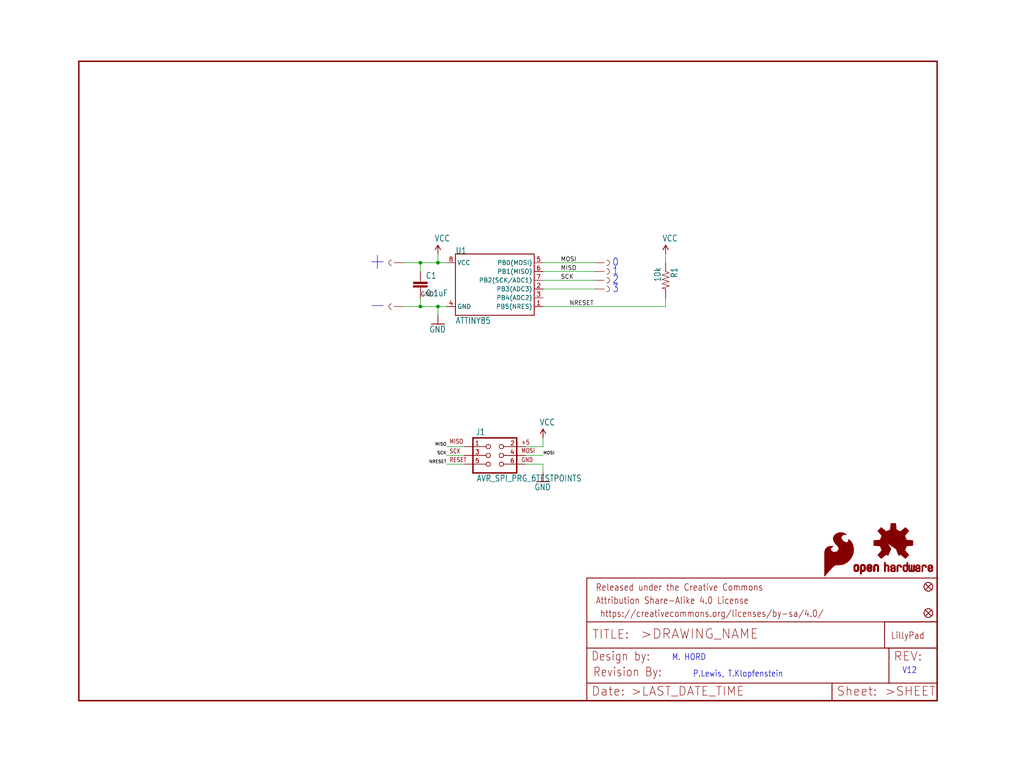
<source format=kicad_sch>
(kicad_sch (version 20211123) (generator eeschema)
  (paper "User" 297.002 223.926)
  (lib_symbols
    (symbol "eagleSchem-eagle-import:ATTINY45"
      (property "Value" "ATTINY45" (at -12.7 -10.16 0))
      (symbol "ATTINY45_1_0"
        (pin bidirectional line (at 12.7 -5.08 180) (length 2.54) (name "PB5(NRES)") (number "1"))
        (pin bidirectional line (at 12.7 0 180) (length 2.54) (name "PB3(ADC3)") (number "2"))
        (pin bidirectional line (at 12.7 -2.54 180) (length 2.54) (name "PB4(ADC2)") (number "3"))
        (pin bidirectional line (at -15.24 -5.08 0) (length 2.54) (name "GND") (number "4"))
        (pin bidirectional line (at 12.7 7.62 180) (length 2.54) (name "PB0(MOSI)") (number "5"))
        (pin bidirectional line (at 12.7 5.08 180) (length 2.54) (name "PB1(MISO)") (number "6"))
        (pin bidirectional line (at 12.7 2.54 180) (length 2.54) (name "PB2(SCK/ADC1)") (number "7"))
        (pin bidirectional line (at -15.24 7.62 0) (length 2.54) (name "VCC") (number "8"))
      )
    )
    (symbol "eagleSchem-eagle-import:AVR_SPI_PRG_6TESTPOINTS"
      (property "Reference" "J" (at -4.318 5.842 0))
      (property "Value" "AVR_SPI_PRG_6TESTPOINTS" (at -4.064 -7.62 0))
      (symbol "AVR_SPI_PRG_6TESTPOINTS_1_0"
        (text "+5" (at 8.89 3.048 0) (effects (font (size 1.27 1.0795)) (justify left bottom)))
        (text "GND" (at 8.89 -2.032 0) (effects (font (size 1.27 1.0795)) (justify left bottom)))
        (text "MISO" (at -11.938 3.302 0) (effects (font (size 1.27 1.0795)) (justify left bottom)))
        (text "MOSI" (at 8.89 0.635 0) (effects (font (size 1.27 1.0795)) (justify left bottom)))
        (text "RESET" (at -11.938 -2.032 0) (effects (font (size 1.27 1.0795)) (justify left bottom)))
        (text "SCK" (at -11.938 0.508 0) (effects (font (size 1.27 1.0795)) (justify left bottom)))
        (pin passive inverted (at -7.62 2.54 0) (length 7.62) (name "1") (number "1"))
        (pin passive inverted (at 10.16 2.54 180) (length 7.62) (name "2") (number "2"))
        (pin passive inverted (at -7.62 0 0) (length 7.62) (name "3") (number "3"))
        (pin passive inverted (at 10.16 0 180) (length 7.62) (name "4") (number "4"))
        (pin passive inverted (at -7.62 -2.54 0) (length 7.62) (name "5") (number "5"))
        (pin passive inverted (at 10.16 -2.54 180) (length 7.62) (name "6") (number "6"))
      )
    )
    (symbol "eagleSchem-eagle-import:CAP0603-CAP"
      (property "Reference" "C" (at 1.524 2.921 0))
      (property "Value" "CAP0603-CAP" (at 1.524 -2.159 0))
      (symbol "CAP0603-CAP_1_0"
        (pin passive line (at 0 5.08 270) (length 2.54) (name "1") (number "1"))
        (pin passive line (at 0 -2.54 90) (length 2.54) (name "2") (number "2"))
      )
    )
    (symbol "eagleSchem-eagle-import:FIDUCIAL1X2")
    (symbol "eagleSchem-eagle-import:FRAME-LETTER"
      (symbol "FRAME-LETTER_2_0"
        (text " https://creativecommons.org/licenses/by-sa/4.0/" (at 2.54 24.13 0) (effects (font (size 1.9304 1.6408)) (justify left bottom)))
        (text ">DRAWING_NAME" (at 15.494 17.78 0) (effects (font (size 2.7432 2.7432)) (justify left bottom)))
        (text ">LAST_DATE_TIME" (at 12.7 1.27 0) (effects (font (size 2.54 2.54)) (justify left bottom)))
        (text ">SHEET" (at 86.36 1.27 0) (effects (font (size 2.54 2.54)) (justify left bottom)))
        (text "Attribution Share-Alike 4.0 License" (at 2.54 27.94 0) (effects (font (size 1.9304 1.6408)) (justify left bottom)))
        (text "Date:" (at 1.27 1.27 0) (effects (font (size 2.54 2.54)) (justify left bottom)))
        (text "Design by:" (at 1.27 11.43 0) (effects (font (size 2.54 2.159)) (justify left bottom)))
        (text "Released under the Creative Commons" (at 2.54 31.75 0) (effects (font (size 1.9304 1.6408)) (justify left bottom)))
        (text "REV:" (at 88.9 11.43 0) (effects (font (size 2.54 2.54)) (justify left bottom)))
        (text "Sheet:" (at 72.39 1.27 0) (effects (font (size 2.54 2.54)) (justify left bottom)))
        (text "TITLE:" (at 1.524 17.78 0) (effects (font (size 2.54 2.54)) (justify left bottom)))
      )
    )
    (symbol "eagleSchem-eagle-import:GND" (power)
      (property "Value" "GND" (at -2.54 -2.54 0))
      (symbol "GND_1_0"
        (pin power_in line (at 0 2.54 270) (length 2.54) (name "GND") (number "1"))
      )
    )
    (symbol "eagleSchem-eagle-import:LOGO-LPL"
      (symbol "LOGO-LPL_1_0"
        (text "LillyPad" (at -0.762 0 0) (effects (font (size 1.9304 1.6408)) (justify left bottom)))
      )
    )
    (symbol "eagleSchem-eagle-import:OSHW-LOGOS")
    (symbol "eagleSchem-eagle-import:RESISTOR0603-RES"
      (property "Reference" "R" (at -3.81 1.4986 0))
      (property "Value" "RESISTOR0603-RES" (at -3.81 -3.302 0))
      (symbol "RESISTOR0603-RES_1_0"
        (pin passive line (at -5.08 0 0) (length 2.54) (name "1") (number "1"))
        (pin passive line (at 5.08 0 180) (length 2.54) (name "2") (number "2"))
      )
    )
    (symbol "eagleSchem-eagle-import:REVISION"
      (symbol "REVISION_1_0"
        (text "Revision By: " (at 0 0 0) (effects (font (size 2.54 2.159)) (justify left bottom)))
      )
    )
    (symbol "eagleSchem-eagle-import:SEWTAP6"
      (symbol "SEWTAP6_1_0"
        (pin bidirectional line (at -2.54 0 180) (length 0) (name "1") (number "1"))
      )
    )
    (symbol "eagleSchem-eagle-import:SFE_LOGO_FLAME.1_INCH")
    (symbol "eagleSchem-eagle-import:VCC" (power)
      (property "Value" "VCC" (at -1.016 3.556 0))
      (symbol "VCC_1_0"
        (pin power_in line (at 0 0 90) (length 2.54) (name "VCC") (number "1"))
      )
    )
  )
  (junction (at 127 76.2))
  (junction (at 127 88.9))
  (junction (at 121.92 76.2))
  (junction (at 121.92 88.9))
  (wire (pts (xy 157.48 81.28) (xy 172.72 81.28)))
  (wire (pts (xy 121.92 76.2) (xy 121.92 78.74)))
  (wire (pts (xy 152.4 134.62) (xy 157.48 134.62)))
  (wire (pts (xy 157.48 129.54) (xy 157.48 127)))
  (wire (pts (xy 157.48 137.16) (xy 157.48 134.62)))
  (wire (pts (xy 127 91.44) (xy 127 88.9)))
  (wire (pts (xy 121.92 88.9) (xy 127 88.9)))
  (wire (pts (xy 193.04 88.9) (xy 157.48 88.9)))
  (wire (pts (xy 157.48 76.2) (xy 172.72 76.2)))
  (wire (pts (xy 121.92 86.36) (xy 121.92 88.9)))
  (wire (pts (xy 193.04 73.66) (xy 193.04 76.2)))
  (wire (pts (xy 121.92 76.2) (xy 127 76.2)))
  (wire (pts (xy 134.62 129.54) (xy 129.54 129.54)))
  (wire (pts (xy 134.62 134.62) (xy 129.54 134.62)))
  (wire (pts (xy 127 88.9) (xy 129.54 88.9)))
  (wire (pts (xy 116.84 76.2) (xy 121.92 76.2)))
  (wire (pts (xy 193.04 86.36) (xy 193.04 88.9)))
  (wire (pts (xy 152.4 129.54) (xy 157.48 129.54)))
  (wire (pts (xy 157.48 83.82) (xy 172.72 83.82)))
  (wire (pts (xy 116.84 88.9) (xy 121.92 88.9)))
  (wire (pts (xy 129.54 76.2) (xy 127 76.2)))
  (wire (pts (xy 127 76.2) (xy 127 73.66)))
  (wire (pts (xy 152.4 132.08) (xy 157.48 132.08)))
  (wire (pts (xy 157.48 78.74) (xy 172.72 78.74)))
  (wire (pts (xy 134.62 132.08) (xy 129.54 132.08)))
  (text "M. HORD" (at 194.818 191.77 180) (effects (font (size 1.778 1.5113)) (justify left bottom)))
  (text "-" (at 106.68 91.44 180) (effects (font (size 5.08 4.318)) (justify left bottom)))
  (text "3" (at 177.546 85.09 180) (effects (font (size 2.1844 1.8567)) (justify left bottom)))
  (text "P.Lewis, T.Klopfenstein" (at 200.914 196.596 180) (effects (font (size 1.778 1.5113)) (justify left bottom)))
  (text "1" (at 177.546 80.01 180) (effects (font (size 2.1844 1.8567)) (justify left bottom)))
  (text "2" (at 177.546 82.55 180) (effects (font (size 2.1844 1.8567)) (justify left bottom)))
  (text "0" (at 177.546 77.47 180) (effects (font (size 2.1844 1.8567)) (justify left bottom)))
  (text "V12" (at 261.62 195.58 180) (effects (font (size 1.778 1.5113)) (justify left bottom)))
  (text "+" (at 106.68 78.74 180) (effects (font (size 5.08 4.318)) (justify left bottom)))
  (label "NRESET" (at 165.1 88.9 0) (effects (font (size 1.2446 1.2446))))
  (label "GND" (at 121.92 86.36 0) (effects (font (size 1.2446 1.2446))))
  (label "MOSI" (at 162.56 76.2 0) (effects (font (size 1.2446 1.2446))))
  (label "MISO" (at 129.54 129.54 180) (effects (font (size 0.889 0.889))))
  (label "SCK" (at 162.56 81.28 0) (effects (font (size 1.2446 1.2446))))
  (label "NRESET" (at 129.54 134.62 180) (effects (font (size 0.889 0.889))))
  (label "MOSI" (at 157.48 132.08 0) (effects (font (size 0.889 0.889))))
  (label "SCK" (at 129.54 132.08 180) (effects (font (size 0.889 0.889))))
  (label "MISO" (at 162.56 78.74 0) (effects (font (size 1.2446 1.2446))))
  (symbol (lib_id "eagleSchem-eagle-import:FRAME-LETTER") (at 170.18 203.2 0) (unit 2)
    (property "Reference" "FRAME2" (effects hide))
    (property "Value" "FRAME-LETTER" (effects hide))
    (property "Footprint" "eagleSchem:CREATIVE_COMMONS" (effects hide))
  )
  (symbol (lib_id "eagleSchem-eagle-import:VCC") (at 193.04 73.66 0) (unit 1)
    (property "Reference" "#P+2" (effects hide))
    (property "Value" "VCC" (at 192.024 70.104 0) (effects (font (size 1.778 1.5113)) (justify left bottom)))
    (property "Footprint" "eagleSchem:" (effects hide))
  )
  (symbol (lib_id "eagleSchem-eagle-import:VCC") (at 157.48 127 0) (unit 1)
    (property "Reference" "#P+3" (effects hide))
    (property "Value" "VCC" (at 156.464 123.444 0) (effects (font (size 1.778 1.5113)) (justify left bottom)))
    (property "Footprint" "eagleSchem:" (effects hide))
  )
  (symbol (lib_id "eagleSchem-eagle-import:REVISION") (at 171.958 196.342 0) (unit 1)
    (property "Reference" "U$1" (effects hide))
    (property "Value" "REVISION" (effects hide))
    (property "Footprint" "eagleSchem:REVISION" (effects hide))
  )
  (symbol (lib_id "eagleSchem-eagle-import:ATTINY45") (at 144.78 83.82 0) (unit 1)
    (property "Reference" "U1" (at 132.08 73.66 0) (effects (font (size 1.778 1.5113)) (justify left bottom)))
    (property "Value" "ATTINY85" (at 132.08 93.98 0) (effects (font (size 1.778 1.5113)) (justify left bottom)))
    (property "Footprint" "eagleSchem:SO08-EIAJ" (effects hide))
  )
  (symbol (lib_id "eagleSchem-eagle-import:FIDUCIAL1X2") (at 269.24 177.8 0) (unit 1)
    (property "Reference" "FID2" (effects hide))
    (property "Value" "FIDUCIAL1X2" (effects hide))
    (property "Footprint" "eagleSchem:FIDUCIAL-1X2" (effects hide))
  )
  (symbol (lib_id "eagleSchem-eagle-import:FRAME-LETTER") (at 22.86 203.2 0) (unit 1)
    (property "Reference" "FRAME2" (effects hide))
    (property "Value" "FRAME-LETTER" (effects hide))
    (property "Footprint" "eagleSchem:CREATIVE_COMMONS" (effects hide))
  )
  (symbol (lib_id "eagleSchem-eagle-import:RESISTOR0603-RES") (at 193.04 81.28 270) (unit 1)
    (property "Reference" "R1" (at 194.5386 77.47 0) (effects (font (size 1.778 1.5113)) (justify left bottom)))
    (property "Value" "10k" (at 189.738 77.47 0) (effects (font (size 1.778 1.5113)) (justify left bottom)))
    (property "Footprint" "eagleSchem:0603-RES" (effects hide))
  )
  (symbol (lib_id "eagleSchem-eagle-import:AVR_SPI_PRG_6TESTPOINTS") (at 142.24 132.08 0) (unit 1)
    (property "Reference" "J1" (at 137.922 126.238 0) (effects (font (size 1.778 1.5113)) (justify left bottom)))
    (property "Value" "AVR_SPI_PRG_6TESTPOINTS" (at 138.176 139.7 0) (effects (font (size 1.778 1.5113)) (justify left bottom)))
    (property "Footprint" "eagleSchem:2X3_TEST_POINTS" (effects hide))
  )
  (symbol (lib_id "eagleSchem-eagle-import:FIDUCIAL1X2") (at 269.24 170.18 0) (unit 1)
    (property "Reference" "FID1" (effects hide))
    (property "Value" "FIDUCIAL1X2" (effects hide))
    (property "Footprint" "eagleSchem:FIDUCIAL-1X2" (effects hide))
  )
  (symbol (lib_id "eagleSchem-eagle-import:SEWTAP6") (at 114.3 76.2 180) (unit 1)
    (property "Reference" "U$5" (effects hide))
    (property "Value" "SEWTAP6" (effects hide))
    (property "Footprint" "eagleSchem:PETAL-SMALL-2SIDE" (effects hide))
  )
  (symbol (lib_id "eagleSchem-eagle-import:SEWTAP6") (at 175.26 78.74 0) (unit 1)
    (property "Reference" "U$3" (effects hide))
    (property "Value" "SEWTAP6" (effects hide))
    (property "Footprint" "eagleSchem:PETAL-SMALL-2SIDE" (effects hide))
  )
  (symbol (lib_id "eagleSchem-eagle-import:VCC") (at 127 73.66 0) (unit 1)
    (property "Reference" "#P+1" (effects hide))
    (property "Value" "VCC" (at 125.984 70.104 0) (effects (font (size 1.778 1.5113)) (justify left bottom)))
    (property "Footprint" "eagleSchem:" (effects hide))
  )
  (symbol (lib_id "eagleSchem-eagle-import:SEWTAP6") (at 114.3 88.9 180) (unit 1)
    (property "Reference" "U$2" (effects hide))
    (property "Value" "SEWTAP6" (effects hide))
    (property "Footprint" "eagleSchem:PETAL-SMALL-2SIDE" (effects hide))
  )
  (symbol (lib_id "eagleSchem-eagle-import:SFE_LOGO_FLAME.1_INCH") (at 238.76 167.64 0) (unit 1)
    (property "Reference" "LOGO2" (effects hide))
    (property "Value" "SFE_LOGO_FLAME.1_INCH" (effects hide))
    (property "Footprint" "eagleSchem:SFE_LOGO_FLAME_.1" (effects hide))
  )
  (symbol (lib_id "eagleSchem-eagle-import:GND") (at 127 93.98 0) (unit 1)
    (property "Reference" "#GND1" (effects hide))
    (property "Value" "GND" (at 124.46 96.52 0) (effects (font (size 1.778 1.5113)) (justify left bottom)))
    (property "Footprint" "eagleSchem:" (effects hide))
  )
  (symbol (lib_id "eagleSchem-eagle-import:OSHW-LOGOS") (at 259.08 157.48 0) (unit 1)
    (property "Reference" "LOGO1" (effects hide))
    (property "Value" "OSHW-LOGOS" (effects hide))
    (property "Footprint" "eagleSchem:OSHW-LOGO-S" (effects hide))
  )
  (symbol (lib_id "eagleSchem-eagle-import:SEWTAP6") (at 175.26 83.82 0) (unit 1)
    (property "Reference" "U$6" (effects hide))
    (property "Value" "SEWTAP6" (effects hide))
    (property "Footprint" "eagleSchem:PETAL-SMALL-2SIDE" (effects hide))
  )
  (symbol (lib_id "eagleSchem-eagle-import:SEWTAP6") (at 175.26 76.2 0) (unit 1)
    (property "Reference" "U$7" (effects hide))
    (property "Value" "SEWTAP6" (effects hide))
    (property "Footprint" "eagleSchem:PETAL-SMALL-2SIDE" (effects hide))
  )
  (symbol (lib_id "eagleSchem-eagle-import:LOGO-LPL") (at 259.08 185.42 0) (unit 1)
    (property "Reference" "U$8" (effects hide))
    (property "Value" "LOGO-LPL" (effects hide))
    (property "Footprint" "eagleSchem:LOGO-L" (effects hide))
  )
  (symbol (lib_id "eagleSchem-eagle-import:SEWTAP6") (at 175.26 81.28 0) (unit 1)
    (property "Reference" "U$4" (effects hide))
    (property "Value" "SEWTAP6" (effects hide))
    (property "Footprint" "eagleSchem:PETAL-SMALL-2SIDE" (effects hide))
  )
  (symbol (lib_id "eagleSchem-eagle-import:GND") (at 157.48 139.7 0) (unit 1)
    (property "Reference" "#GND2" (effects hide))
    (property "Value" "GND" (at 154.94 142.24 0) (effects (font (size 1.778 1.5113)) (justify left bottom)))
    (property "Footprint" "eagleSchem:" (effects hide))
  )
  (symbol (lib_id "eagleSchem-eagle-import:CAP0603-CAP") (at 121.92 83.82 0) (unit 1)
    (property "Reference" "C1" (at 123.444 80.899 0) (effects (font (size 1.778 1.5113)) (justify left bottom)))
    (property "Value" "0.1uF" (at 123.444 85.979 0) (effects (font (size 1.778 1.5113)) (justify left bottom)))
    (property "Footprint" "eagleSchem:0603-CAP" (effects hide))
  )
)
</source>
